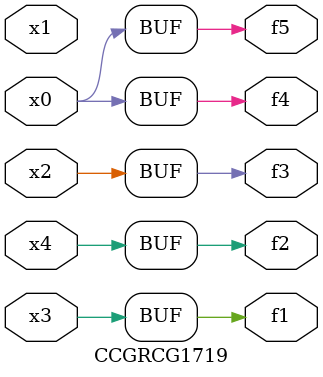
<source format=v>
module CCGRCG1719(
	input x0, x1, x2, x3, x4,
	output f1, f2, f3, f4, f5
);
	assign f1 = x3;
	assign f2 = x4;
	assign f3 = x2;
	assign f4 = x0;
	assign f5 = x0;
endmodule

</source>
